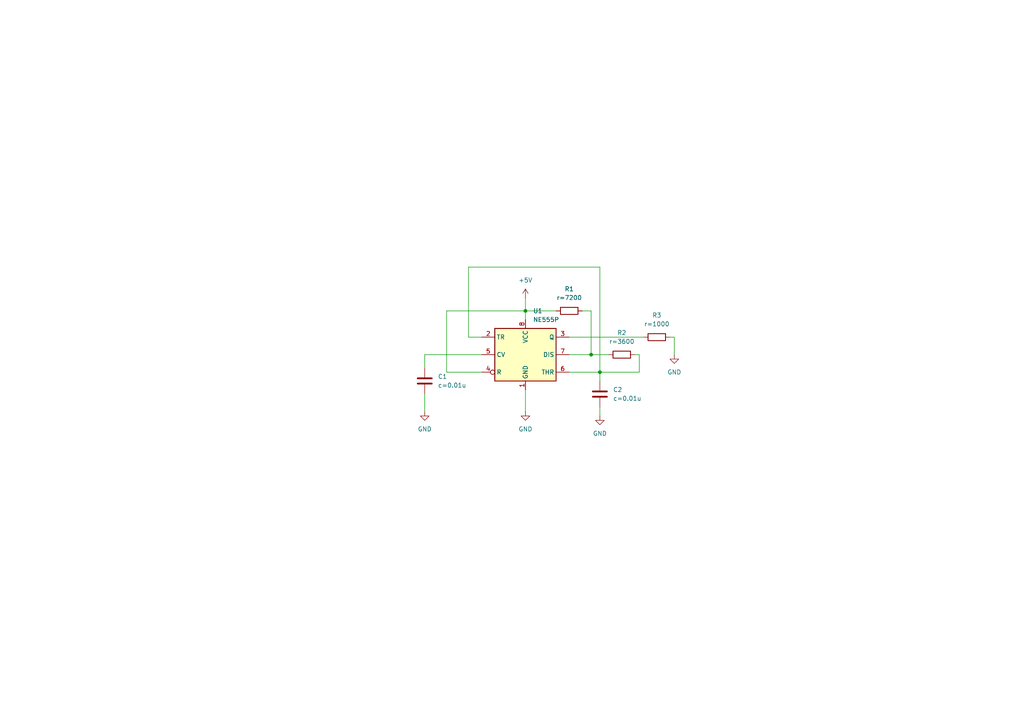
<source format=kicad_sch>
(kicad_sch
	(version 20231120)
	(generator "eeschema")
	(generator_version "8.0")
	(uuid "311a99ff-6df3-43ff-9726-087295f844d1")
	(paper "A4")
	(lib_symbols
		(symbol "Device:C"
			(pin_numbers hide)
			(pin_names
				(offset 0.254)
			)
			(exclude_from_sim no)
			(in_bom yes)
			(on_board yes)
			(property "Reference" "C"
				(at 0.635 2.54 0)
				(effects
					(font
						(size 1.27 1.27)
					)
					(justify left)
				)
			)
			(property "Value" "C"
				(at 0.635 -2.54 0)
				(effects
					(font
						(size 1.27 1.27)
					)
					(justify left)
				)
			)
			(property "Footprint" ""
				(at 0.9652 -3.81 0)
				(effects
					(font
						(size 1.27 1.27)
					)
					(hide yes)
				)
			)
			(property "Datasheet" "~"
				(at 0 0 0)
				(effects
					(font
						(size 1.27 1.27)
					)
					(hide yes)
				)
			)
			(property "Description" "Unpolarized capacitor"
				(at 0 0 0)
				(effects
					(font
						(size 1.27 1.27)
					)
					(hide yes)
				)
			)
			(property "ki_keywords" "cap capacitor"
				(at 0 0 0)
				(effects
					(font
						(size 1.27 1.27)
					)
					(hide yes)
				)
			)
			(property "ki_fp_filters" "C_*"
				(at 0 0 0)
				(effects
					(font
						(size 1.27 1.27)
					)
					(hide yes)
				)
			)
			(symbol "C_0_1"
				(polyline
					(pts
						(xy -2.032 -0.762) (xy 2.032 -0.762)
					)
					(stroke
						(width 0.508)
						(type default)
					)
					(fill
						(type none)
					)
				)
				(polyline
					(pts
						(xy -2.032 0.762) (xy 2.032 0.762)
					)
					(stroke
						(width 0.508)
						(type default)
					)
					(fill
						(type none)
					)
				)
			)
			(symbol "C_1_1"
				(pin passive line
					(at 0 3.81 270)
					(length 2.794)
					(name "~"
						(effects
							(font
								(size 1.27 1.27)
							)
						)
					)
					(number "1"
						(effects
							(font
								(size 1.27 1.27)
							)
						)
					)
				)
				(pin passive line
					(at 0 -3.81 90)
					(length 2.794)
					(name "~"
						(effects
							(font
								(size 1.27 1.27)
							)
						)
					)
					(number "2"
						(effects
							(font
								(size 1.27 1.27)
							)
						)
					)
				)
			)
		)
		(symbol "Device:R"
			(pin_numbers hide)
			(pin_names
				(offset 0)
			)
			(exclude_from_sim no)
			(in_bom yes)
			(on_board yes)
			(property "Reference" "R"
				(at 2.032 0 90)
				(effects
					(font
						(size 1.27 1.27)
					)
				)
			)
			(property "Value" "R"
				(at 0 0 90)
				(effects
					(font
						(size 1.27 1.27)
					)
				)
			)
			(property "Footprint" ""
				(at -1.778 0 90)
				(effects
					(font
						(size 1.27 1.27)
					)
					(hide yes)
				)
			)
			(property "Datasheet" "~"
				(at 0 0 0)
				(effects
					(font
						(size 1.27 1.27)
					)
					(hide yes)
				)
			)
			(property "Description" "Resistor"
				(at 0 0 0)
				(effects
					(font
						(size 1.27 1.27)
					)
					(hide yes)
				)
			)
			(property "ki_keywords" "R res resistor"
				(at 0 0 0)
				(effects
					(font
						(size 1.27 1.27)
					)
					(hide yes)
				)
			)
			(property "ki_fp_filters" "R_*"
				(at 0 0 0)
				(effects
					(font
						(size 1.27 1.27)
					)
					(hide yes)
				)
			)
			(symbol "R_0_1"
				(rectangle
					(start -1.016 -2.54)
					(end 1.016 2.54)
					(stroke
						(width 0.254)
						(type default)
					)
					(fill
						(type none)
					)
				)
			)
			(symbol "R_1_1"
				(pin passive line
					(at 0 3.81 270)
					(length 1.27)
					(name "~"
						(effects
							(font
								(size 1.27 1.27)
							)
						)
					)
					(number "1"
						(effects
							(font
								(size 1.27 1.27)
							)
						)
					)
				)
				(pin passive line
					(at 0 -3.81 90)
					(length 1.27)
					(name "~"
						(effects
							(font
								(size 1.27 1.27)
							)
						)
					)
					(number "2"
						(effects
							(font
								(size 1.27 1.27)
							)
						)
					)
				)
			)
		)
		(symbol "Timer:NE555P"
			(exclude_from_sim no)
			(in_bom yes)
			(on_board yes)
			(property "Reference" "U"
				(at -10.16 8.89 0)
				(effects
					(font
						(size 1.27 1.27)
					)
					(justify left)
				)
			)
			(property "Value" "NE555P"
				(at 2.54 8.89 0)
				(effects
					(font
						(size 1.27 1.27)
					)
					(justify left)
				)
			)
			(property "Footprint" "Package_DIP:DIP-8_W7.62mm"
				(at 16.51 -10.16 0)
				(effects
					(font
						(size 1.27 1.27)
					)
					(hide yes)
				)
			)
			(property "Datasheet" "http://www.ti.com/lit/ds/symlink/ne555.pdf"
				(at 21.59 -10.16 0)
				(effects
					(font
						(size 1.27 1.27)
					)
					(hide yes)
				)
			)
			(property "Description" "Precision Timers, 555 compatible,  PDIP-8"
				(at 0 0 0)
				(effects
					(font
						(size 1.27 1.27)
					)
					(hide yes)
				)
			)
			(property "ki_keywords" "single timer 555"
				(at 0 0 0)
				(effects
					(font
						(size 1.27 1.27)
					)
					(hide yes)
				)
			)
			(property "ki_fp_filters" "DIP*W7.62mm*"
				(at 0 0 0)
				(effects
					(font
						(size 1.27 1.27)
					)
					(hide yes)
				)
			)
			(symbol "NE555P_0_0"
				(pin power_in line
					(at 0 -10.16 90)
					(length 2.54)
					(name "GND"
						(effects
							(font
								(size 1.27 1.27)
							)
						)
					)
					(number "1"
						(effects
							(font
								(size 1.27 1.27)
							)
						)
					)
				)
				(pin power_in line
					(at 0 10.16 270)
					(length 2.54)
					(name "VCC"
						(effects
							(font
								(size 1.27 1.27)
							)
						)
					)
					(number "8"
						(effects
							(font
								(size 1.27 1.27)
							)
						)
					)
				)
			)
			(symbol "NE555P_0_1"
				(rectangle
					(start -8.89 -7.62)
					(end 8.89 7.62)
					(stroke
						(width 0.254)
						(type default)
					)
					(fill
						(type background)
					)
				)
				(rectangle
					(start -8.89 -7.62)
					(end 8.89 7.62)
					(stroke
						(width 0.254)
						(type default)
					)
					(fill
						(type background)
					)
				)
			)
			(symbol "NE555P_1_1"
				(pin input line
					(at -12.7 5.08 0)
					(length 3.81)
					(name "TR"
						(effects
							(font
								(size 1.27 1.27)
							)
						)
					)
					(number "2"
						(effects
							(font
								(size 1.27 1.27)
							)
						)
					)
				)
				(pin output line
					(at 12.7 5.08 180)
					(length 3.81)
					(name "Q"
						(effects
							(font
								(size 1.27 1.27)
							)
						)
					)
					(number "3"
						(effects
							(font
								(size 1.27 1.27)
							)
						)
					)
				)
				(pin input inverted
					(at -12.7 -5.08 0)
					(length 3.81)
					(name "R"
						(effects
							(font
								(size 1.27 1.27)
							)
						)
					)
					(number "4"
						(effects
							(font
								(size 1.27 1.27)
							)
						)
					)
				)
				(pin input line
					(at -12.7 0 0)
					(length 3.81)
					(name "CV"
						(effects
							(font
								(size 1.27 1.27)
							)
						)
					)
					(number "5"
						(effects
							(font
								(size 1.27 1.27)
							)
						)
					)
				)
				(pin input line
					(at 12.7 -5.08 180)
					(length 3.81)
					(name "THR"
						(effects
							(font
								(size 1.27 1.27)
							)
						)
					)
					(number "6"
						(effects
							(font
								(size 1.27 1.27)
							)
						)
					)
				)
				(pin input line
					(at 12.7 0 180)
					(length 3.81)
					(name "DIS"
						(effects
							(font
								(size 1.27 1.27)
							)
						)
					)
					(number "7"
						(effects
							(font
								(size 1.27 1.27)
							)
						)
					)
				)
			)
		)
		(symbol "power:+5V"
			(power)
			(pin_numbers hide)
			(pin_names
				(offset 0) hide)
			(exclude_from_sim no)
			(in_bom yes)
			(on_board yes)
			(property "Reference" "#PWR"
				(at 0 -3.81 0)
				(effects
					(font
						(size 1.27 1.27)
					)
					(hide yes)
				)
			)
			(property "Value" "+5V"
				(at 0 3.556 0)
				(effects
					(font
						(size 1.27 1.27)
					)
				)
			)
			(property "Footprint" ""
				(at 0 0 0)
				(effects
					(font
						(size 1.27 1.27)
					)
					(hide yes)
				)
			)
			(property "Datasheet" ""
				(at 0 0 0)
				(effects
					(font
						(size 1.27 1.27)
					)
					(hide yes)
				)
			)
			(property "Description" "Power symbol creates a global label with name \"+5V\""
				(at 0 0 0)
				(effects
					(font
						(size 1.27 1.27)
					)
					(hide yes)
				)
			)
			(property "ki_keywords" "global power"
				(at 0 0 0)
				(effects
					(font
						(size 1.27 1.27)
					)
					(hide yes)
				)
			)
			(symbol "+5V_0_1"
				(polyline
					(pts
						(xy -0.762 1.27) (xy 0 2.54)
					)
					(stroke
						(width 0)
						(type default)
					)
					(fill
						(type none)
					)
				)
				(polyline
					(pts
						(xy 0 0) (xy 0 2.54)
					)
					(stroke
						(width 0)
						(type default)
					)
					(fill
						(type none)
					)
				)
				(polyline
					(pts
						(xy 0 2.54) (xy 0.762 1.27)
					)
					(stroke
						(width 0)
						(type default)
					)
					(fill
						(type none)
					)
				)
			)
			(symbol "+5V_1_1"
				(pin power_in line
					(at 0 0 90)
					(length 0)
					(name "~"
						(effects
							(font
								(size 1.27 1.27)
							)
						)
					)
					(number "1"
						(effects
							(font
								(size 1.27 1.27)
							)
						)
					)
				)
			)
		)
		(symbol "power:GND"
			(power)
			(pin_numbers hide)
			(pin_names
				(offset 0) hide)
			(exclude_from_sim no)
			(in_bom yes)
			(on_board yes)
			(property "Reference" "#PWR"
				(at 0 -6.35 0)
				(effects
					(font
						(size 1.27 1.27)
					)
					(hide yes)
				)
			)
			(property "Value" "GND"
				(at 0 -3.81 0)
				(effects
					(font
						(size 1.27 1.27)
					)
				)
			)
			(property "Footprint" ""
				(at 0 0 0)
				(effects
					(font
						(size 1.27 1.27)
					)
					(hide yes)
				)
			)
			(property "Datasheet" ""
				(at 0 0 0)
				(effects
					(font
						(size 1.27 1.27)
					)
					(hide yes)
				)
			)
			(property "Description" "Power symbol creates a global label with name \"GND\" , ground"
				(at 0 0 0)
				(effects
					(font
						(size 1.27 1.27)
					)
					(hide yes)
				)
			)
			(property "ki_keywords" "global power"
				(at 0 0 0)
				(effects
					(font
						(size 1.27 1.27)
					)
					(hide yes)
				)
			)
			(symbol "GND_0_1"
				(polyline
					(pts
						(xy 0 0) (xy 0 -1.27) (xy 1.27 -1.27) (xy 0 -2.54) (xy -1.27 -1.27) (xy 0 -1.27)
					)
					(stroke
						(width 0)
						(type default)
					)
					(fill
						(type none)
					)
				)
			)
			(symbol "GND_1_1"
				(pin power_in line
					(at 0 0 270)
					(length 0)
					(name "~"
						(effects
							(font
								(size 1.27 1.27)
							)
						)
					)
					(number "1"
						(effects
							(font
								(size 1.27 1.27)
							)
						)
					)
				)
			)
		)
	)
	(junction
		(at 173.99 107.95)
		(diameter 0)
		(color 0 0 0 0)
		(uuid "27255708-52d8-4934-8f15-b1bd4849a3d7")
	)
	(junction
		(at 152.4 90.17)
		(diameter 0)
		(color 0 0 0 0)
		(uuid "a18617b4-37fe-472c-bc2a-dff138b05346")
	)
	(junction
		(at 171.45 102.87)
		(diameter 0)
		(color 0 0 0 0)
		(uuid "f2211ce1-6469-42ac-be9d-35a85a246a49")
	)
	(wire
		(pts
			(xy 171.45 102.87) (xy 165.1 102.87)
		)
		(stroke
			(width 0)
			(type default)
		)
		(uuid "0694c221-0168-43b7-85a7-f9aba2cfba56")
	)
	(wire
		(pts
			(xy 152.4 90.17) (xy 161.29 90.17)
		)
		(stroke
			(width 0)
			(type default)
		)
		(uuid "08f51c91-da55-4589-b7e0-1bf829f7c12b")
	)
	(wire
		(pts
			(xy 135.89 77.47) (xy 173.99 77.47)
		)
		(stroke
			(width 0)
			(type default)
		)
		(uuid "131c6bc4-2a72-480e-8ae7-e36967ecab7d")
	)
	(wire
		(pts
			(xy 135.89 97.79) (xy 135.89 77.47)
		)
		(stroke
			(width 0)
			(type default)
		)
		(uuid "34ed0181-dd97-434a-a064-04c4826fe3f6")
	)
	(wire
		(pts
			(xy 184.15 102.87) (xy 185.42 102.87)
		)
		(stroke
			(width 0)
			(type default)
		)
		(uuid "4e1c6c1a-402b-4ec8-85f0-d4458cf92f3d")
	)
	(wire
		(pts
			(xy 165.1 97.79) (xy 186.69 97.79)
		)
		(stroke
			(width 0)
			(type default)
		)
		(uuid "6cef812a-0657-403e-8783-b52b8e9b97b6")
	)
	(wire
		(pts
			(xy 185.42 102.87) (xy 185.42 107.95)
		)
		(stroke
			(width 0)
			(type default)
		)
		(uuid "6e85eed8-50b9-470a-a352-76272e737224")
	)
	(wire
		(pts
			(xy 168.91 90.17) (xy 171.45 90.17)
		)
		(stroke
			(width 0)
			(type default)
		)
		(uuid "704a8b1b-ff18-43d8-858d-7a8414d86aed")
	)
	(wire
		(pts
			(xy 173.99 77.47) (xy 173.99 107.95)
		)
		(stroke
			(width 0)
			(type default)
		)
		(uuid "71b5d3d2-5637-418b-bfce-17742b851b45")
	)
	(wire
		(pts
			(xy 185.42 107.95) (xy 173.99 107.95)
		)
		(stroke
			(width 0)
			(type default)
		)
		(uuid "7588fbc3-014d-4045-b899-3b0093c7f6c9")
	)
	(wire
		(pts
			(xy 194.31 97.79) (xy 195.58 97.79)
		)
		(stroke
			(width 0)
			(type default)
		)
		(uuid "770101f3-3511-4e31-8368-170c93f6b45a")
	)
	(wire
		(pts
			(xy 129.54 107.95) (xy 129.54 90.17)
		)
		(stroke
			(width 0)
			(type default)
		)
		(uuid "78dea3fa-6a85-4fd4-8223-c89ebb7785b1")
	)
	(wire
		(pts
			(xy 171.45 102.87) (xy 176.53 102.87)
		)
		(stroke
			(width 0)
			(type default)
		)
		(uuid "8e39eb6b-61e4-4d51-aefc-8089de706c27")
	)
	(wire
		(pts
			(xy 152.4 86.36) (xy 152.4 90.17)
		)
		(stroke
			(width 0)
			(type default)
		)
		(uuid "aca306f2-866e-408a-9083-e5ce0c6b959e")
	)
	(wire
		(pts
			(xy 173.99 107.95) (xy 165.1 107.95)
		)
		(stroke
			(width 0)
			(type default)
		)
		(uuid "b5d9067d-ab5e-45fc-9c7c-da9f2bd59999")
	)
	(wire
		(pts
			(xy 129.54 90.17) (xy 152.4 90.17)
		)
		(stroke
			(width 0)
			(type default)
		)
		(uuid "b79f24cb-bf74-4bfd-a5f3-c380cfdf1132")
	)
	(wire
		(pts
			(xy 123.19 102.87) (xy 139.7 102.87)
		)
		(stroke
			(width 0)
			(type default)
		)
		(uuid "be897801-8368-4983-9a03-7cc6447535e7")
	)
	(wire
		(pts
			(xy 173.99 118.11) (xy 173.99 120.65)
		)
		(stroke
			(width 0)
			(type default)
		)
		(uuid "cd740b0a-2f05-4f83-a156-922f156a05e6")
	)
	(wire
		(pts
			(xy 173.99 107.95) (xy 173.99 110.49)
		)
		(stroke
			(width 0)
			(type default)
		)
		(uuid "d2a97a03-0237-4f25-a9bc-32eecceee01c")
	)
	(wire
		(pts
			(xy 139.7 97.79) (xy 135.89 97.79)
		)
		(stroke
			(width 0)
			(type default)
		)
		(uuid "d45342f3-8610-427c-9e47-65ee322b6ae8")
	)
	(wire
		(pts
			(xy 139.7 107.95) (xy 129.54 107.95)
		)
		(stroke
			(width 0)
			(type default)
		)
		(uuid "d48faf55-3783-4dc2-98df-19043cd56e7a")
	)
	(wire
		(pts
			(xy 123.19 119.38) (xy 123.19 114.3)
		)
		(stroke
			(width 0)
			(type default)
		)
		(uuid "da96caad-a616-491d-b6f1-4c42103034f1")
	)
	(wire
		(pts
			(xy 123.19 106.68) (xy 123.19 102.87)
		)
		(stroke
			(width 0)
			(type default)
		)
		(uuid "dd461159-1993-4bad-8b5c-de98fd67cfdd")
	)
	(wire
		(pts
			(xy 195.58 97.79) (xy 195.58 102.87)
		)
		(stroke
			(width 0)
			(type default)
		)
		(uuid "e3c1dded-d91f-47a9-b45d-cf6d09610c81")
	)
	(wire
		(pts
			(xy 152.4 90.17) (xy 152.4 92.71)
		)
		(stroke
			(width 0)
			(type default)
		)
		(uuid "e8616af8-465f-49c3-bb7b-553412953817")
	)
	(wire
		(pts
			(xy 171.45 90.17) (xy 171.45 102.87)
		)
		(stroke
			(width 0)
			(type default)
		)
		(uuid "f75b76ad-a151-476d-a5ea-a34bc615ea11")
	)
	(wire
		(pts
			(xy 152.4 113.03) (xy 152.4 119.38)
		)
		(stroke
			(width 0)
			(type default)
		)
		(uuid "fcfcb4ea-5203-4965-95e1-68637e75e94b")
	)
	(symbol
		(lib_id "power:GND")
		(at 123.19 119.38 0)
		(unit 1)
		(exclude_from_sim no)
		(in_bom yes)
		(on_board yes)
		(dnp no)
		(fields_autoplaced yes)
		(uuid "01e55f02-9055-4f5a-b82b-68633be1b49d")
		(property "Reference" "#PWR03"
			(at 123.19 125.73 0)
			(effects
				(font
					(size 1.27 1.27)
				)
				(hide yes)
			)
		)
		(property "Value" "GND"
			(at 123.19 124.46 0)
			(effects
				(font
					(size 1.27 1.27)
				)
			)
		)
		(property "Footprint" ""
			(at 123.19 119.38 0)
			(effects
				(font
					(size 1.27 1.27)
				)
				(hide yes)
			)
		)
		(property "Datasheet" ""
			(at 123.19 119.38 0)
			(effects
				(font
					(size 1.27 1.27)
				)
				(hide yes)
			)
		)
		(property "Description" "Power symbol creates a global label with name \"GND\" , ground"
			(at 123.19 119.38 0)
			(effects
				(font
					(size 1.27 1.27)
				)
				(hide yes)
			)
		)
		(pin "1"
			(uuid "f2c79d8d-e6ae-4de8-96b6-869bcb22cb65")
		)
		(instances
			(project ""
				(path "/311a99ff-6df3-43ff-9726-087295f844d1"
					(reference "#PWR03")
					(unit 1)
				)
			)
		)
	)
	(symbol
		(lib_id "Device:C")
		(at 173.99 114.3 0)
		(unit 1)
		(exclude_from_sim no)
		(in_bom yes)
		(on_board yes)
		(dnp no)
		(fields_autoplaced yes)
		(uuid "1b37f236-b7b1-421a-9e37-359b3eb36ccf")
		(property "Reference" "C2"
			(at 177.8 113.0299 0)
			(effects
				(font
					(size 1.27 1.27)
				)
				(justify left)
			)
		)
		(property "Value" "${SIM.PARAMS}"
			(at 177.8 115.5699 0)
			(effects
				(font
					(size 1.27 1.27)
				)
				(justify left)
			)
		)
		(property "Footprint" ""
			(at 174.9552 118.11 0)
			(effects
				(font
					(size 1.27 1.27)
				)
				(hide yes)
			)
		)
		(property "Datasheet" "~"
			(at 173.99 114.3 0)
			(effects
				(font
					(size 1.27 1.27)
				)
				(hide yes)
			)
		)
		(property "Description" "Unpolarized capacitor"
			(at 173.99 114.3 0)
			(effects
				(font
					(size 1.27 1.27)
				)
				(hide yes)
			)
		)
		(property "Sim.Device" "C"
			(at 173.99 114.3 0)
			(effects
				(font
					(size 1.27 1.27)
				)
				(hide yes)
			)
		)
		(property "Sim.Type" "="
			(at 173.99 114.3 0)
			(effects
				(font
					(size 1.27 1.27)
				)
				(hide yes)
			)
		)
		(property "Sim.Params" "c=0.01u"
			(at 173.99 114.3 0)
			(effects
				(font
					(size 1.27 1.27)
				)
				(hide yes)
			)
		)
		(property "Sim.Pins" "1=+ 2=-"
			(at 173.99 114.3 0)
			(effects
				(font
					(size 1.27 1.27)
				)
				(hide yes)
			)
		)
		(pin "1"
			(uuid "5e15291c-2353-4333-9c87-8294a6e3c4f9")
		)
		(pin "2"
			(uuid "02d83bf3-a2b7-4e14-b902-eb7fa5278297")
		)
		(instances
			(project "simulation_555"
				(path "/311a99ff-6df3-43ff-9726-087295f844d1"
					(reference "C2")
					(unit 1)
				)
			)
		)
	)
	(symbol
		(lib_id "power:GND")
		(at 152.4 119.38 0)
		(unit 1)
		(exclude_from_sim no)
		(in_bom yes)
		(on_board yes)
		(dnp no)
		(fields_autoplaced yes)
		(uuid "2ccb7501-24da-42a4-9761-2d01cb186a10")
		(property "Reference" "#PWR02"
			(at 152.4 125.73 0)
			(effects
				(font
					(size 1.27 1.27)
				)
				(hide yes)
			)
		)
		(property "Value" "GND"
			(at 152.4 124.46 0)
			(effects
				(font
					(size 1.27 1.27)
				)
			)
		)
		(property "Footprint" ""
			(at 152.4 119.38 0)
			(effects
				(font
					(size 1.27 1.27)
				)
				(hide yes)
			)
		)
		(property "Datasheet" ""
			(at 152.4 119.38 0)
			(effects
				(font
					(size 1.27 1.27)
				)
				(hide yes)
			)
		)
		(property "Description" "Power symbol creates a global label with name \"GND\" , ground"
			(at 152.4 119.38 0)
			(effects
				(font
					(size 1.27 1.27)
				)
				(hide yes)
			)
		)
		(pin "1"
			(uuid "8a23de60-3f21-4d2c-8ab3-80ba895c87e4")
		)
		(instances
			(project ""
				(path "/311a99ff-6df3-43ff-9726-087295f844d1"
					(reference "#PWR02")
					(unit 1)
				)
			)
		)
	)
	(symbol
		(lib_id "power:GND")
		(at 195.58 102.87 0)
		(unit 1)
		(exclude_from_sim no)
		(in_bom yes)
		(on_board yes)
		(dnp no)
		(fields_autoplaced yes)
		(uuid "47624ca2-7b41-4c99-89c1-533d701dc1ad")
		(property "Reference" "#PWR05"
			(at 195.58 109.22 0)
			(effects
				(font
					(size 1.27 1.27)
				)
				(hide yes)
			)
		)
		(property "Value" "GND"
			(at 195.58 107.95 0)
			(effects
				(font
					(size 1.27 1.27)
				)
			)
		)
		(property "Footprint" ""
			(at 195.58 102.87 0)
			(effects
				(font
					(size 1.27 1.27)
				)
				(hide yes)
			)
		)
		(property "Datasheet" ""
			(at 195.58 102.87 0)
			(effects
				(font
					(size 1.27 1.27)
				)
				(hide yes)
			)
		)
		(property "Description" "Power symbol creates a global label with name \"GND\" , ground"
			(at 195.58 102.87 0)
			(effects
				(font
					(size 1.27 1.27)
				)
				(hide yes)
			)
		)
		(pin "1"
			(uuid "343446ac-f432-49b9-b786-aecd82cfcdf9")
		)
		(instances
			(project "simulation_555"
				(path "/311a99ff-6df3-43ff-9726-087295f844d1"
					(reference "#PWR05")
					(unit 1)
				)
			)
		)
	)
	(symbol
		(lib_id "power:GND")
		(at 173.99 120.65 0)
		(unit 1)
		(exclude_from_sim no)
		(in_bom yes)
		(on_board yes)
		(dnp no)
		(fields_autoplaced yes)
		(uuid "513a2fad-6865-4f6a-9031-8a7dce4b90c1")
		(property "Reference" "#PWR04"
			(at 173.99 127 0)
			(effects
				(font
					(size 1.27 1.27)
				)
				(hide yes)
			)
		)
		(property "Value" "GND"
			(at 173.99 125.73 0)
			(effects
				(font
					(size 1.27 1.27)
				)
			)
		)
		(property "Footprint" ""
			(at 173.99 120.65 0)
			(effects
				(font
					(size 1.27 1.27)
				)
				(hide yes)
			)
		)
		(property "Datasheet" ""
			(at 173.99 120.65 0)
			(effects
				(font
					(size 1.27 1.27)
				)
				(hide yes)
			)
		)
		(property "Description" "Power symbol creates a global label with name \"GND\" , ground"
			(at 173.99 120.65 0)
			(effects
				(font
					(size 1.27 1.27)
				)
				(hide yes)
			)
		)
		(pin "1"
			(uuid "407da168-46c6-45a3-a41d-995e69c74bcb")
		)
		(instances
			(project "simulation_555"
				(path "/311a99ff-6df3-43ff-9726-087295f844d1"
					(reference "#PWR04")
					(unit 1)
				)
			)
		)
	)
	(symbol
		(lib_id "Device:R")
		(at 165.1 90.17 90)
		(unit 1)
		(exclude_from_sim no)
		(in_bom yes)
		(on_board yes)
		(dnp no)
		(fields_autoplaced yes)
		(uuid "61b24ec7-e550-48c4-a4f1-2d5df88ccac5")
		(property "Reference" "R1"
			(at 165.1 83.82 90)
			(effects
				(font
					(size 1.27 1.27)
				)
			)
		)
		(property "Value" "${SIM.PARAMS}"
			(at 165.1 86.36 90)
			(effects
				(font
					(size 1.27 1.27)
				)
			)
		)
		(property "Footprint" ""
			(at 165.1 91.948 90)
			(effects
				(font
					(size 1.27 1.27)
				)
				(hide yes)
			)
		)
		(property "Datasheet" "~"
			(at 165.1 90.17 0)
			(effects
				(font
					(size 1.27 1.27)
				)
				(hide yes)
			)
		)
		(property "Description" "Resistor"
			(at 165.1 90.17 0)
			(effects
				(font
					(size 1.27 1.27)
				)
				(hide yes)
			)
		)
		(property "Sim.Device" "R"
			(at 165.1 90.17 0)
			(effects
				(font
					(size 1.27 1.27)
				)
				(hide yes)
			)
		)
		(property "Sim.Type" "="
			(at 165.1 90.17 0)
			(effects
				(font
					(size 1.27 1.27)
				)
				(hide yes)
			)
		)
		(property "Sim.Params" "r=7200"
			(at 165.1 90.17 0)
			(effects
				(font
					(size 1.27 1.27)
				)
				(hide yes)
			)
		)
		(property "Sim.Pins" "1=+ 2=-"
			(at 165.1 90.17 0)
			(effects
				(font
					(size 1.27 1.27)
				)
				(hide yes)
			)
		)
		(pin "1"
			(uuid "004505fc-b605-4089-bab1-e8b2cb043b0d")
		)
		(pin "2"
			(uuid "c678adb2-98e1-424a-96fd-88c004d80d69")
		)
		(instances
			(project ""
				(path "/311a99ff-6df3-43ff-9726-087295f844d1"
					(reference "R1")
					(unit 1)
				)
			)
		)
	)
	(symbol
		(lib_id "Timer:NE555P")
		(at 152.4 102.87 0)
		(unit 1)
		(exclude_from_sim no)
		(in_bom yes)
		(on_board yes)
		(dnp no)
		(fields_autoplaced yes)
		(uuid "6658002f-5714-4574-86da-fc3f85e65001")
		(property "Reference" "U1"
			(at 154.5941 90.17 0)
			(effects
				(font
					(size 1.27 1.27)
				)
				(justify left)
			)
		)
		(property "Value" "NE555P"
			(at 154.5941 92.71 0)
			(effects
				(font
					(size 1.27 1.27)
				)
				(justify left)
			)
		)
		(property "Footprint" "Package_DIP:DIP-8_W7.62mm"
			(at 168.91 113.03 0)
			(effects
				(font
					(size 1.27 1.27)
				)
				(hide yes)
			)
		)
		(property "Datasheet" "http://www.ti.com/lit/ds/symlink/ne555.pdf"
			(at 173.99 113.03 0)
			(effects
				(font
					(size 1.27 1.27)
				)
				(hide yes)
			)
		)
		(property "Description" "Precision Timers, 555 compatible,  PDIP-8"
			(at 152.4 102.87 0)
			(effects
				(font
					(size 1.27 1.27)
				)
				(hide yes)
			)
		)
		(property "Sim.Library" "TLC555.LIB"
			(at 152.4 102.87 0)
			(effects
				(font
					(size 1.27 1.27)
				)
				(hide yes)
			)
		)
		(property "Sim.Name" "TLC555"
			(at 152.4 102.87 0)
			(effects
				(font
					(size 1.27 1.27)
				)
				(hide yes)
			)
		)
		(property "Sim.Device" "SUBCKT"
			(at 152.4 102.87 0)
			(effects
				(font
					(size 1.27 1.27)
				)
				(hide yes)
			)
		)
		(property "Sim.Pins" "1=THRES 2=CONT 3=TRIG 4=RESET 5=OUT 6=DISC 7=VCC 8=GND"
			(at 152.4 102.87 0)
			(effects
				(font
					(size 1.27 1.27)
				)
				(hide yes)
			)
		)
		(pin "7"
			(uuid "8a38df9b-c57b-44cd-84fd-96b76530be22")
		)
		(pin "5"
			(uuid "7120a059-f281-4b9e-93b3-be9675b17945")
		)
		(pin "2"
			(uuid "6a61d69e-15ef-4ff2-868c-a45b618e09b8")
		)
		(pin "6"
			(uuid "47e70a00-0249-4074-a069-b1ce072632eb")
		)
		(pin "3"
			(uuid "f10ea2e3-e524-4507-abed-3c41e6ded4c3")
		)
		(pin "1"
			(uuid "7eca56ea-a8a1-48c0-a520-85be24287d08")
		)
		(pin "8"
			(uuid "b180e71a-ac71-497d-8a07-e5baa49e54fb")
		)
		(pin "4"
			(uuid "fe704e5e-4e26-4fba-ab69-0c27e28e43f5")
		)
		(instances
			(project ""
				(path "/311a99ff-6df3-43ff-9726-087295f844d1"
					(reference "U1")
					(unit 1)
				)
			)
		)
	)
	(symbol
		(lib_id "power:+5V")
		(at 152.4 86.36 0)
		(unit 1)
		(exclude_from_sim no)
		(in_bom yes)
		(on_board yes)
		(dnp no)
		(fields_autoplaced yes)
		(uuid "6f0fcb08-6b24-4af2-b01b-182a0250567d")
		(property "Reference" "#PWR01"
			(at 152.4 90.17 0)
			(effects
				(font
					(size 1.27 1.27)
				)
				(hide yes)
			)
		)
		(property "Value" "+5V"
			(at 152.4 81.28 0)
			(effects
				(font
					(size 1.27 1.27)
				)
			)
		)
		(property "Footprint" ""
			(at 152.4 86.36 0)
			(effects
				(font
					(size 1.27 1.27)
				)
				(hide yes)
			)
		)
		(property "Datasheet" ""
			(at 152.4 86.36 0)
			(effects
				(font
					(size 1.27 1.27)
				)
				(hide yes)
			)
		)
		(property "Description" "Power symbol creates a global label with name \"+5V\""
			(at 152.4 86.36 0)
			(effects
				(font
					(size 1.27 1.27)
				)
				(hide yes)
			)
		)
		(pin "1"
			(uuid "27f56859-111e-4430-909f-273e6dd71c52")
		)
		(instances
			(project ""
				(path "/311a99ff-6df3-43ff-9726-087295f844d1"
					(reference "#PWR01")
					(unit 1)
				)
			)
		)
	)
	(symbol
		(lib_id "Device:C")
		(at 123.19 110.49 0)
		(unit 1)
		(exclude_from_sim no)
		(in_bom yes)
		(on_board yes)
		(dnp no)
		(fields_autoplaced yes)
		(uuid "6f9d21c6-cf8d-41a8-aae5-5a5dc630ef66")
		(property "Reference" "C1"
			(at 127 109.2199 0)
			(effects
				(font
					(size 1.27 1.27)
				)
				(justify left)
			)
		)
		(property "Value" "${SIM.PARAMS}"
			(at 127 111.7599 0)
			(effects
				(font
					(size 1.27 1.27)
				)
				(justify left)
			)
		)
		(property "Footprint" ""
			(at 124.1552 114.3 0)
			(effects
				(font
					(size 1.27 1.27)
				)
				(hide yes)
			)
		)
		(property "Datasheet" "~"
			(at 123.19 110.49 0)
			(effects
				(font
					(size 1.27 1.27)
				)
				(hide yes)
			)
		)
		(property "Description" "Unpolarized capacitor"
			(at 123.19 110.49 0)
			(effects
				(font
					(size 1.27 1.27)
				)
				(hide yes)
			)
		)
		(property "Sim.Device" "C"
			(at 123.19 110.49 0)
			(effects
				(font
					(size 1.27 1.27)
				)
				(hide yes)
			)
		)
		(property "Sim.Type" "="
			(at 123.19 110.49 0)
			(effects
				(font
					(size 1.27 1.27)
				)
				(hide yes)
			)
		)
		(property "Sim.Params" "c=0.01u"
			(at 123.19 110.49 0)
			(effects
				(font
					(size 1.27 1.27)
				)
				(hide yes)
			)
		)
		(property "Sim.Pins" "1=+ 2=-"
			(at 123.19 110.49 0)
			(effects
				(font
					(size 1.27 1.27)
				)
				(hide yes)
			)
		)
		(pin "1"
			(uuid "66898ff0-5ef3-4503-98ab-2230bd3ca19b")
		)
		(pin "2"
			(uuid "ae832c7d-78bb-4d1d-bb33-97e38d67a53e")
		)
		(instances
			(project ""
				(path "/311a99ff-6df3-43ff-9726-087295f844d1"
					(reference "C1")
					(unit 1)
				)
			)
		)
	)
	(symbol
		(lib_id "Device:R")
		(at 180.34 102.87 270)
		(unit 1)
		(exclude_from_sim no)
		(in_bom yes)
		(on_board yes)
		(dnp no)
		(fields_autoplaced yes)
		(uuid "ad195ab4-e2a3-437f-9dc6-955df5a295bb")
		(property "Reference" "R2"
			(at 180.34 96.52 90)
			(effects
				(font
					(size 1.27 1.27)
				)
			)
		)
		(property "Value" "${SIM.PARAMS}"
			(at 180.34 99.06 90)
			(effects
				(font
					(size 1.27 1.27)
				)
			)
		)
		(property "Footprint" ""
			(at 180.34 101.092 90)
			(effects
				(font
					(size 1.27 1.27)
				)
				(hide yes)
			)
		)
		(property "Datasheet" "~"
			(at 180.34 102.87 0)
			(effects
				(font
					(size 1.27 1.27)
				)
				(hide yes)
			)
		)
		(property "Description" "Resistor"
			(at 180.34 102.87 0)
			(effects
				(font
					(size 1.27 1.27)
				)
				(hide yes)
			)
		)
		(property "Sim.Device" "R"
			(at 180.34 102.87 0)
			(effects
				(font
					(size 1.27 1.27)
				)
				(hide yes)
			)
		)
		(property "Sim.Type" "="
			(at 180.34 102.87 0)
			(effects
				(font
					(size 1.27 1.27)
				)
				(hide yes)
			)
		)
		(property "Sim.Params" "r=3600"
			(at 180.34 102.87 0)
			(effects
				(font
					(size 1.27 1.27)
				)
				(hide yes)
			)
		)
		(property "Sim.Pins" "1=+ 2=-"
			(at 180.34 102.87 0)
			(effects
				(font
					(size 1.27 1.27)
				)
				(hide yes)
			)
		)
		(pin "1"
			(uuid "bf2d7a84-decf-4b33-a315-473438a6f68c")
		)
		(pin "2"
			(uuid "fe84974c-be86-45f3-b889-4b07b9d07cd9")
		)
		(instances
			(project "simulation_555"
				(path "/311a99ff-6df3-43ff-9726-087295f844d1"
					(reference "R2")
					(unit 1)
				)
			)
		)
	)
	(symbol
		(lib_id "Device:R")
		(at 190.5 97.79 270)
		(unit 1)
		(exclude_from_sim no)
		(in_bom yes)
		(on_board yes)
		(dnp no)
		(fields_autoplaced yes)
		(uuid "f13856f2-6f6e-4868-ba82-2208f553c20e")
		(property "Reference" "R3"
			(at 190.5 91.44 90)
			(effects
				(font
					(size 1.27 1.27)
				)
			)
		)
		(property "Value" "${SIM.PARAMS}"
			(at 190.5 93.98 90)
			(effects
				(font
					(size 1.27 1.27)
				)
			)
		)
		(property "Footprint" ""
			(at 190.5 96.012 90)
			(effects
				(font
					(size 1.27 1.27)
				)
				(hide yes)
			)
		)
		(property "Datasheet" "~"
			(at 190.5 97.79 0)
			(effects
				(font
					(size 1.27 1.27)
				)
				(hide yes)
			)
		)
		(property "Description" "Resistor"
			(at 190.5 97.79 0)
			(effects
				(font
					(size 1.27 1.27)
				)
				(hide yes)
			)
		)
		(property "Sim.Device" "R"
			(at 190.5 97.79 0)
			(effects
				(font
					(size 1.27 1.27)
				)
				(hide yes)
			)
		)
		(property "Sim.Type" "="
			(at 190.5 97.79 0)
			(effects
				(font
					(size 1.27 1.27)
				)
				(hide yes)
			)
		)
		(property "Sim.Params" "r=1000"
			(at 190.5 97.79 0)
			(effects
				(font
					(size 1.27 1.27)
				)
				(hide yes)
			)
		)
		(property "Sim.Pins" "1=+ 2=-"
			(at 190.5 97.79 0)
			(effects
				(font
					(size 1.27 1.27)
				)
				(hide yes)
			)
		)
		(pin "1"
			(uuid "2f58777e-3b52-4fc0-970d-dc3388280025")
		)
		(pin "2"
			(uuid "8865fc25-1188-4a40-9616-ba352f0dadd7")
		)
		(instances
			(project "simulation_555"
				(path "/311a99ff-6df3-43ff-9726-087295f844d1"
					(reference "R3")
					(unit 1)
				)
			)
		)
	)
	(sheet_instances
		(path "/"
			(page "1")
		)
	)
)

</source>
